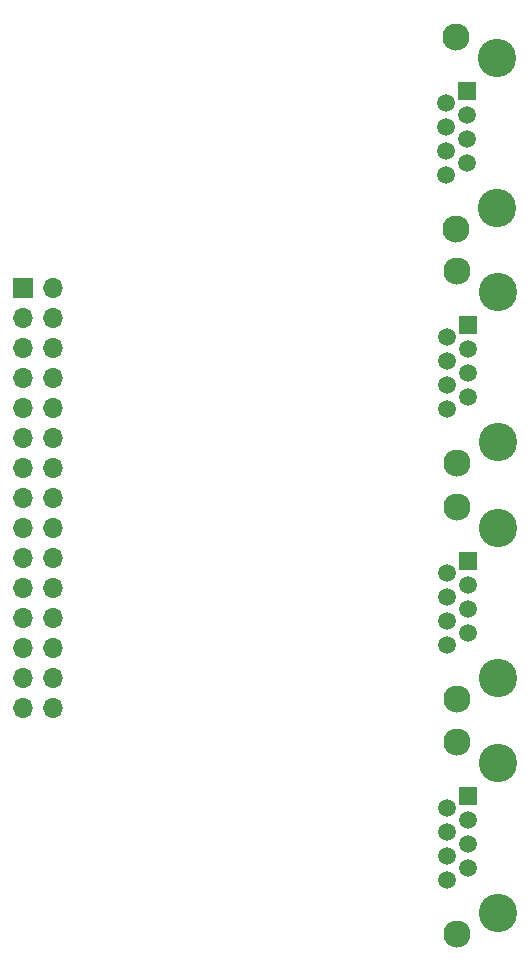
<source format=gbr>
%TF.GenerationSoftware,KiCad,Pcbnew,8.0.5-8.0.5-0~ubuntu22.04.1*%
%TF.CreationDate,2024-10-05T08:55:46-07:00*%
%TF.ProjectId,pmod_ethernet_la,706d6f64-5f65-4746-9865-726e65745f6c,rev?*%
%TF.SameCoordinates,Original*%
%TF.FileFunction,Soldermask,Bot*%
%TF.FilePolarity,Negative*%
%FSLAX46Y46*%
G04 Gerber Fmt 4.6, Leading zero omitted, Abs format (unit mm)*
G04 Created by KiCad (PCBNEW 8.0.5-8.0.5-0~ubuntu22.04.1) date 2024-10-05 08:55:46*
%MOMM*%
%LPD*%
G01*
G04 APERTURE LIST*
%ADD10R,1.700000X1.700000*%
%ADD11O,1.700000X1.700000*%
%ADD12C,3.250000*%
%ADD13R,1.500000X1.500000*%
%ADD14C,1.500000*%
%ADD15C,2.300000*%
G04 APERTURE END LIST*
D10*
%TO.C,J102*%
X85725000Y-99160000D03*
D11*
X88265000Y-99160000D03*
X85725000Y-101700000D03*
X88265000Y-101700000D03*
X85725000Y-104240000D03*
X88265000Y-104240000D03*
X85725000Y-106780000D03*
X88265000Y-106780000D03*
X85725000Y-109320000D03*
X88265000Y-109320000D03*
X85725000Y-111860000D03*
X88265000Y-111860000D03*
X85725000Y-114400000D03*
X88265000Y-114400000D03*
X85725000Y-116940000D03*
X88265000Y-116940000D03*
X85725000Y-119480000D03*
X88265000Y-119480000D03*
X85725000Y-122020000D03*
X88265000Y-122020000D03*
X85725000Y-124560000D03*
X88265000Y-124560000D03*
X85725000Y-127100000D03*
X88265000Y-127100000D03*
X85725000Y-129640000D03*
X88265000Y-129640000D03*
X85725000Y-132180000D03*
X88265000Y-132180000D03*
X85725000Y-134720000D03*
X88265000Y-134720000D03*
%TD*%
D12*
%TO.C,J501*%
X125955000Y-99500001D03*
X125955000Y-112200001D03*
D13*
X123415000Y-102290001D03*
D14*
X121635000Y-103306001D03*
X123415000Y-104322001D03*
X121635000Y-105338001D03*
X123415000Y-106354001D03*
X121635000Y-107370001D03*
X123415000Y-108386001D03*
X121635000Y-109402001D03*
D15*
X122525000Y-97720001D03*
X122525000Y-113980001D03*
%TD*%
D12*
%TO.C,J401*%
X125955000Y-119433334D03*
X125955000Y-132133334D03*
D13*
X123415000Y-122223334D03*
D14*
X121635000Y-123239334D03*
X123415000Y-124255334D03*
X121635000Y-125271334D03*
X123415000Y-126287334D03*
X121635000Y-127303334D03*
X123415000Y-128319334D03*
X121635000Y-129335334D03*
D15*
X122525000Y-117653334D03*
X122525000Y-133913334D03*
%TD*%
D12*
%TO.C,J301*%
X125955000Y-139366667D03*
X125955000Y-152066667D03*
D13*
X123415000Y-142156667D03*
D14*
X121635000Y-143172667D03*
X123415000Y-144188667D03*
X121635000Y-145204667D03*
X123415000Y-146220667D03*
X121635000Y-147236667D03*
X123415000Y-148252667D03*
X121635000Y-149268667D03*
D15*
X122525000Y-137586667D03*
X122525000Y-153846667D03*
%TD*%
D12*
%TO.C,J201*%
X125885000Y-79646667D03*
X125885000Y-92346667D03*
D13*
X123345000Y-82436667D03*
D14*
X121565000Y-83452667D03*
X123345000Y-84468667D03*
X121565000Y-85484667D03*
X123345000Y-86500667D03*
X121565000Y-87516667D03*
X123345000Y-88532667D03*
X121565000Y-89548667D03*
D15*
X122455000Y-77866667D03*
X122455000Y-94126667D03*
%TD*%
M02*

</source>
